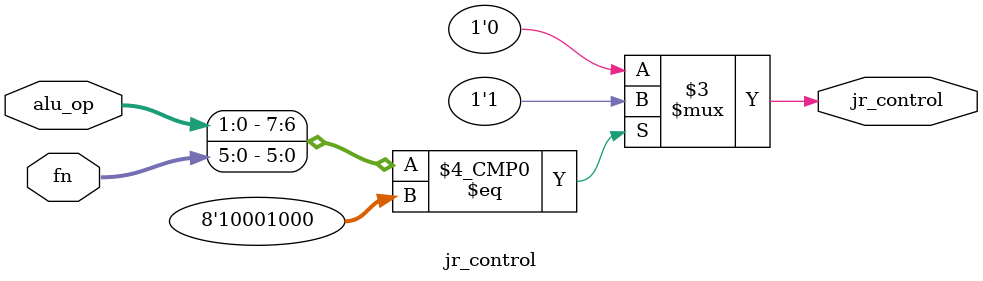
<source format=sv>

module jr_control (
        input  logic [1:0] alu_op,    // alu opcode
        input  logic [5:0] fn,        // function code
        output logic       jr_control // jr control
    );

    always_comb
        casex ({alu_op, fn})
            8'b10001000: jr_control = 1'b1;
            default: jr_control = 1'b0;
        endcase

endmodule
</source>
